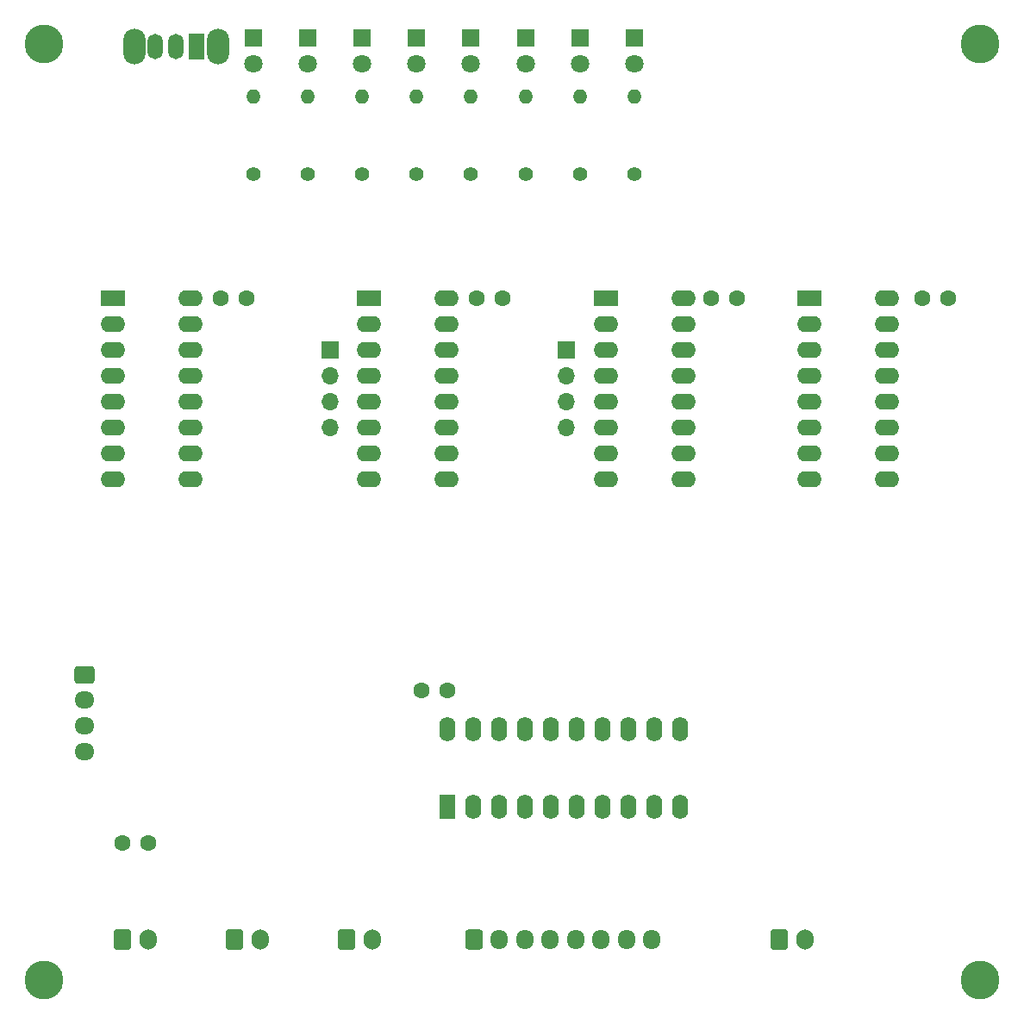
<source format=gbr>
%TF.GenerationSoftware,KiCad,Pcbnew,8.0.5*%
%TF.CreationDate,2024-10-02T19:15:38+03:00*%
%TF.ProjectId,STATUS_Register,53544154-5553-45f5-9265-676973746572,rev?*%
%TF.SameCoordinates,Original*%
%TF.FileFunction,Soldermask,Top*%
%TF.FilePolarity,Negative*%
%FSLAX46Y46*%
G04 Gerber Fmt 4.6, Leading zero omitted, Abs format (unit mm)*
G04 Created by KiCad (PCBNEW 8.0.5) date 2024-10-02 19:15:38*
%MOMM*%
%LPD*%
G01*
G04 APERTURE LIST*
G04 Aperture macros list*
%AMRoundRect*
0 Rectangle with rounded corners*
0 $1 Rounding radius*
0 $2 $3 $4 $5 $6 $7 $8 $9 X,Y pos of 4 corners*
0 Add a 4 corners polygon primitive as box body*
4,1,4,$2,$3,$4,$5,$6,$7,$8,$9,$2,$3,0*
0 Add four circle primitives for the rounded corners*
1,1,$1+$1,$2,$3*
1,1,$1+$1,$4,$5*
1,1,$1+$1,$6,$7*
1,1,$1+$1,$8,$9*
0 Add four rect primitives between the rounded corners*
20,1,$1+$1,$2,$3,$4,$5,0*
20,1,$1+$1,$4,$5,$6,$7,0*
20,1,$1+$1,$6,$7,$8,$9,0*
20,1,$1+$1,$8,$9,$2,$3,0*%
G04 Aperture macros list end*
%ADD10C,1.600000*%
%ADD11C,1.400000*%
%ADD12O,1.400000X1.400000*%
%ADD13RoundRect,0.250000X-0.600000X-0.750000X0.600000X-0.750000X0.600000X0.750000X-0.600000X0.750000X0*%
%ADD14O,1.700000X2.000000*%
%ADD15R,1.800000X1.800000*%
%ADD16C,1.800000*%
%ADD17R,2.400000X1.600000*%
%ADD18O,2.400000X1.600000*%
%ADD19C,3.800000*%
%ADD20RoundRect,0.250000X-0.600000X-0.725000X0.600000X-0.725000X0.600000X0.725000X-0.600000X0.725000X0*%
%ADD21O,1.700000X1.950000*%
%ADD22R,1.700000X1.700000*%
%ADD23O,1.700000X1.700000*%
%ADD24R,1.600000X2.400000*%
%ADD25O,1.600000X2.400000*%
%ADD26O,2.200000X3.500000*%
%ADD27R,1.500000X2.500000*%
%ADD28O,1.500000X2.500000*%
%ADD29RoundRect,0.250000X-0.725000X0.600000X-0.725000X-0.600000X0.725000X-0.600000X0.725000X0.600000X0*%
%ADD30O,1.950000X1.700000*%
G04 APERTURE END LIST*
D10*
%TO.C,C4*%
X121380000Y-78999125D03*
X123880000Y-78999125D03*
%TD*%
D11*
%TO.C,R4*%
X145965000Y-66810000D03*
D12*
X145965000Y-59190000D03*
%TD*%
D11*
%TO.C,R0*%
X124585000Y-66810000D03*
D12*
X124585000Y-59190000D03*
%TD*%
D13*
%TO.C,J2*%
X122750000Y-142000000D03*
D14*
X125250000Y-142000000D03*
%TD*%
D10*
%TO.C,C1*%
X146530000Y-79000000D03*
X149030000Y-79000000D03*
%TD*%
D15*
%TO.C,D1*%
X124585000Y-53460000D03*
D16*
X124585000Y-56000000D03*
%TD*%
D17*
%TO.C,U5*%
X179200000Y-79000000D03*
D18*
X179200000Y-81540000D03*
X179200000Y-84080000D03*
X179200000Y-86620000D03*
X179200000Y-89160000D03*
X179200000Y-91700000D03*
X179200000Y-94240000D03*
X179200000Y-96780000D03*
X186820000Y-96780000D03*
X186820000Y-94240000D03*
X186820000Y-91700000D03*
X186820000Y-89160000D03*
X186820000Y-86620000D03*
X186820000Y-84080000D03*
X186820000Y-81540000D03*
X186820000Y-79000000D03*
%TD*%
D11*
%TO.C,R1*%
X129930000Y-66810000D03*
D12*
X129930000Y-59190000D03*
%TD*%
D10*
%TO.C,C2*%
X169570000Y-79000000D03*
X172070000Y-79000000D03*
%TD*%
D19*
%TO.C,H2*%
X196000000Y-146000000D03*
%TD*%
D15*
%TO.C,D3*%
X135275000Y-53460000D03*
D16*
X135275000Y-56000000D03*
%TD*%
D13*
%TO.C,J1*%
X111750000Y-142000000D03*
D14*
X114250000Y-142000000D03*
%TD*%
D15*
%TO.C,D4*%
X140620000Y-53460000D03*
D16*
X140620000Y-56000000D03*
%TD*%
D15*
%TO.C,D6*%
X151310000Y-53460000D03*
D16*
X151310000Y-56000000D03*
%TD*%
D19*
%TO.C,H1*%
X104000000Y-54000000D03*
%TD*%
D20*
%TO.C,J4*%
X146250000Y-142000000D03*
D21*
X148750000Y-142000000D03*
X151250000Y-142000000D03*
X153750000Y-142000000D03*
X156250000Y-142000000D03*
X158750000Y-142000000D03*
X161250000Y-142000000D03*
X163750000Y-142000000D03*
%TD*%
D17*
%TO.C,U1*%
X135980000Y-79000000D03*
D18*
X135980000Y-81540000D03*
X135980000Y-84080000D03*
X135980000Y-86620000D03*
X135980000Y-89160000D03*
X135980000Y-91700000D03*
X135980000Y-94240000D03*
X135980000Y-96780000D03*
X143600000Y-96780000D03*
X143600000Y-94240000D03*
X143600000Y-91700000D03*
X143600000Y-89160000D03*
X143600000Y-86620000D03*
X143600000Y-84080000D03*
X143600000Y-81540000D03*
X143600000Y-79000000D03*
%TD*%
D22*
%TO.C,J6*%
X132100000Y-84080000D03*
D23*
X132100000Y-86620000D03*
X132100000Y-89160000D03*
X132100000Y-91700000D03*
%TD*%
D11*
%TO.C,R6*%
X156655000Y-66810000D03*
D12*
X156655000Y-59190000D03*
%TD*%
D10*
%TO.C,C6*%
X111750000Y-132500000D03*
X114250000Y-132500000D03*
%TD*%
D17*
%TO.C,U2*%
X159200000Y-79000000D03*
D18*
X159200000Y-81540000D03*
X159200000Y-84080000D03*
X159200000Y-86620000D03*
X159200000Y-89160000D03*
X159200000Y-91700000D03*
X159200000Y-94240000D03*
X159200000Y-96780000D03*
X166820000Y-96780000D03*
X166820000Y-94240000D03*
X166820000Y-91700000D03*
X166820000Y-89160000D03*
X166820000Y-86620000D03*
X166820000Y-84080000D03*
X166820000Y-81540000D03*
X166820000Y-79000000D03*
%TD*%
D13*
%TO.C,J10*%
X176250000Y-142000000D03*
D14*
X178750000Y-142000000D03*
%TD*%
D15*
%TO.C,D7*%
X156655000Y-53460000D03*
D16*
X156655000Y-56000000D03*
%TD*%
D11*
%TO.C,R7*%
X162000000Y-66810000D03*
D12*
X162000000Y-59190000D03*
%TD*%
D19*
%TO.C,H4*%
X196000000Y-54000000D03*
%TD*%
D11*
%TO.C,R3*%
X140620000Y-66810000D03*
D12*
X140620000Y-59190000D03*
%TD*%
D15*
%TO.C,D8*%
X162000000Y-53460000D03*
D16*
X162000000Y-56000000D03*
%TD*%
D24*
%TO.C,U3*%
X143640000Y-129000000D03*
D25*
X146180000Y-129000000D03*
X148720000Y-129000000D03*
X151260000Y-129000000D03*
X153800000Y-129000000D03*
X156340000Y-129000000D03*
X158880000Y-129000000D03*
X161420000Y-129000000D03*
X163960000Y-129000000D03*
X166500000Y-129000000D03*
X166500000Y-121380000D03*
X163960000Y-121380000D03*
X161420000Y-121380000D03*
X158880000Y-121380000D03*
X156340000Y-121380000D03*
X153800000Y-121380000D03*
X151260000Y-121380000D03*
X148720000Y-121380000D03*
X146180000Y-121380000D03*
X143640000Y-121380000D03*
%TD*%
D10*
%TO.C,C3*%
X143640000Y-117500000D03*
X141140000Y-117500000D03*
%TD*%
D13*
%TO.C,J3*%
X133750000Y-142000000D03*
D14*
X136250000Y-142000000D03*
%TD*%
D15*
%TO.C,D2*%
X129930000Y-53460000D03*
D16*
X129930000Y-56000000D03*
%TD*%
D10*
%TO.C,C5*%
X190320000Y-79000000D03*
X192820000Y-79000000D03*
%TD*%
D19*
%TO.C,H3*%
X104000000Y-146000000D03*
%TD*%
D15*
%TO.C,D5*%
X145965000Y-53460000D03*
D16*
X145965000Y-56000000D03*
%TD*%
D11*
%TO.C,R5*%
X151310000Y-66810000D03*
D12*
X151310000Y-59190000D03*
%TD*%
D22*
%TO.C,J7*%
X155320000Y-84120000D03*
D23*
X155320000Y-86660000D03*
X155320000Y-89200000D03*
X155320000Y-91740000D03*
%TD*%
D26*
%TO.C,SW1*%
X121085000Y-54250000D03*
X112885000Y-54250000D03*
D27*
X118985000Y-54250000D03*
D28*
X116985000Y-54250000D03*
X114985000Y-54250000D03*
%TD*%
D29*
%TO.C,J11*%
X108000000Y-116000000D03*
D30*
X108000000Y-118500000D03*
X108000000Y-121000000D03*
X108000000Y-123500000D03*
%TD*%
D11*
%TO.C,R2*%
X135275000Y-66810000D03*
D12*
X135275000Y-59190000D03*
%TD*%
D17*
%TO.C,U4*%
X110760000Y-78999125D03*
D18*
X110760000Y-81539125D03*
X110760000Y-84079125D03*
X110760000Y-86619125D03*
X110760000Y-89159125D03*
X110760000Y-91699125D03*
X110760000Y-94239125D03*
X110760000Y-96779125D03*
X118380000Y-96779125D03*
X118380000Y-94239125D03*
X118380000Y-91699125D03*
X118380000Y-89159125D03*
X118380000Y-86619125D03*
X118380000Y-84079125D03*
X118380000Y-81539125D03*
X118380000Y-78999125D03*
%TD*%
M02*

</source>
